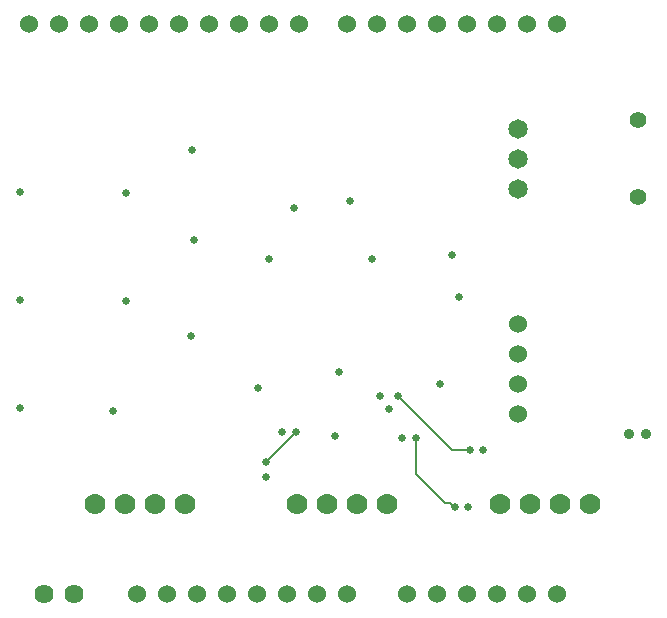
<source format=gbl>
G04*
G04 #@! TF.GenerationSoftware,Altium Limited,Altium Designer,21.6.4 (81)*
G04*
G04 Layer_Physical_Order=4*
G04 Layer_Color=16711680*
%FSLAX25Y25*%
%MOIN*%
G70*
G04*
G04 #@! TF.SameCoordinates,79665CF2-DF80-4226-BAFE-3DB74E170362*
G04*
G04*
G04 #@! TF.FilePolarity,Positive*
G04*
G01*
G75*
%ADD12C,0.00600*%
%ADD39C,0.06000*%
%ADD40C,0.05543*%
%ADD41C,0.03543*%
%ADD42C,0.07000*%
%ADD43C,0.06496*%
%ADD44C,0.06378*%
%ADD45C,0.02500*%
D12*
X156000Y58000D02*
X162000D01*
X138000Y76000D02*
X156000Y58000D01*
X153850Y40150D02*
X155336D01*
X156486Y39000D01*
X157000D01*
X94000Y54000D02*
X104000Y64000D01*
X144000Y50000D02*
Y62000D01*
Y50000D02*
X153850Y40150D01*
D39*
X191000Y200000D02*
D03*
X181000D02*
D03*
X171000D02*
D03*
X161000D02*
D03*
X151000D02*
D03*
X141000D02*
D03*
X131000D02*
D03*
X121000D02*
D03*
X191000Y10000D02*
D03*
X181000D02*
D03*
X171000D02*
D03*
X161000D02*
D03*
X141000D02*
D03*
X151000D02*
D03*
X15000Y200000D02*
D03*
X25000D02*
D03*
X35000D02*
D03*
X45000D02*
D03*
X55000D02*
D03*
X65000D02*
D03*
X75000D02*
D03*
X85000D02*
D03*
X95000D02*
D03*
X105000D02*
D03*
X51000Y10000D02*
D03*
X61000D02*
D03*
X71000D02*
D03*
X81000D02*
D03*
X91000D02*
D03*
X101000D02*
D03*
X111000D02*
D03*
X121000D02*
D03*
X178000Y70000D02*
D03*
Y80000D02*
D03*
Y90000D02*
D03*
Y100000D02*
D03*
D40*
X218000Y142205D02*
D03*
Y167795D02*
D03*
D41*
X220756Y63228D02*
D03*
X215244D02*
D03*
D42*
X192000Y40000D02*
D03*
X202000D02*
D03*
X172000D02*
D03*
X182000D02*
D03*
X114500D02*
D03*
X104500D02*
D03*
X134500D02*
D03*
X124500D02*
D03*
X47000D02*
D03*
X37000D02*
D03*
X67000D02*
D03*
X57000D02*
D03*
D43*
X178000Y165000D02*
D03*
Y155000D02*
D03*
Y145000D02*
D03*
D44*
X20000Y10000D02*
D03*
X30000D02*
D03*
D45*
X138000Y76000D02*
D03*
X122000Y141000D02*
D03*
X157000Y39000D02*
D03*
X161500D02*
D03*
X43000Y71000D02*
D03*
X70000Y128000D02*
D03*
X117000Y62500D02*
D03*
X104000Y64000D02*
D03*
X99500D02*
D03*
X139500Y62000D02*
D03*
X144000D02*
D03*
X118500Y84000D02*
D03*
X135000Y71500D02*
D03*
X129500Y121500D02*
D03*
X69000Y96000D02*
D03*
X152000Y80000D02*
D03*
X158500Y109000D02*
D03*
X156000Y123000D02*
D03*
X47500Y107500D02*
D03*
X94000Y49000D02*
D03*
X166500Y58000D02*
D03*
X91500Y78500D02*
D03*
X95000Y121500D02*
D03*
X103500Y138500D02*
D03*
X69500Y158000D02*
D03*
X47500Y143500D02*
D03*
X12000Y144000D02*
D03*
Y108000D02*
D03*
Y72000D02*
D03*
X132000Y76000D02*
D03*
X162000Y58000D02*
D03*
X94000Y54000D02*
D03*
M02*

</source>
